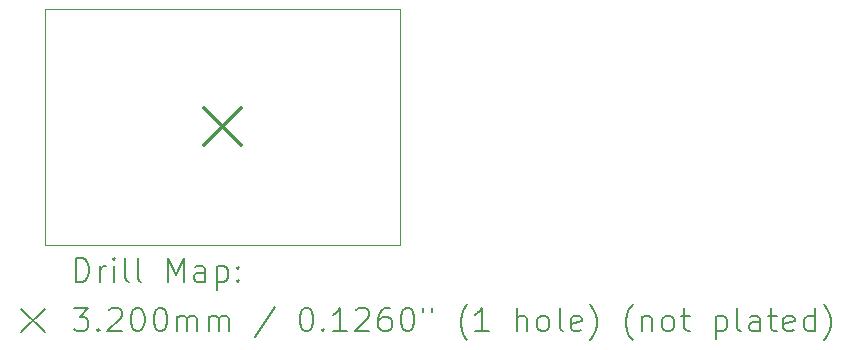
<source format=gbr>
%TF.GenerationSoftware,KiCad,Pcbnew,8.0.7*%
%TF.CreationDate,2025-01-24T14:27:28+01:00*%
%TF.ProjectId,GateDriverControlTransmitter,47617465-4472-4697-9665-72436f6e7472,rev?*%
%TF.SameCoordinates,Original*%
%TF.FileFunction,Drillmap*%
%TF.FilePolarity,Positive*%
%FSLAX45Y45*%
G04 Gerber Fmt 4.5, Leading zero omitted, Abs format (unit mm)*
G04 Created by KiCad (PCBNEW 8.0.7) date 2025-01-24 14:27:28*
%MOMM*%
%LPD*%
G01*
G04 APERTURE LIST*
%ADD10C,0.050000*%
%ADD11C,0.200000*%
%ADD12C,0.320000*%
G04 APERTURE END LIST*
D10*
X12100000Y-10001000D02*
X15100000Y-10001000D01*
X15100000Y-12001000D01*
X12100000Y-12001000D01*
X12100000Y-10001000D01*
D11*
D12*
X13440000Y-10840000D02*
X13760000Y-11160000D01*
X13760000Y-10840000D02*
X13440000Y-11160000D01*
D11*
X12358277Y-12314984D02*
X12358277Y-12114984D01*
X12358277Y-12114984D02*
X12405896Y-12114984D01*
X12405896Y-12114984D02*
X12434467Y-12124508D01*
X12434467Y-12124508D02*
X12453515Y-12143555D01*
X12453515Y-12143555D02*
X12463039Y-12162603D01*
X12463039Y-12162603D02*
X12472562Y-12200698D01*
X12472562Y-12200698D02*
X12472562Y-12229269D01*
X12472562Y-12229269D02*
X12463039Y-12267365D01*
X12463039Y-12267365D02*
X12453515Y-12286412D01*
X12453515Y-12286412D02*
X12434467Y-12305460D01*
X12434467Y-12305460D02*
X12405896Y-12314984D01*
X12405896Y-12314984D02*
X12358277Y-12314984D01*
X12558277Y-12314984D02*
X12558277Y-12181650D01*
X12558277Y-12219746D02*
X12567801Y-12200698D01*
X12567801Y-12200698D02*
X12577324Y-12191174D01*
X12577324Y-12191174D02*
X12596372Y-12181650D01*
X12596372Y-12181650D02*
X12615420Y-12181650D01*
X12682086Y-12314984D02*
X12682086Y-12181650D01*
X12682086Y-12114984D02*
X12672562Y-12124508D01*
X12672562Y-12124508D02*
X12682086Y-12134031D01*
X12682086Y-12134031D02*
X12691610Y-12124508D01*
X12691610Y-12124508D02*
X12682086Y-12114984D01*
X12682086Y-12114984D02*
X12682086Y-12134031D01*
X12805896Y-12314984D02*
X12786848Y-12305460D01*
X12786848Y-12305460D02*
X12777324Y-12286412D01*
X12777324Y-12286412D02*
X12777324Y-12114984D01*
X12910658Y-12314984D02*
X12891610Y-12305460D01*
X12891610Y-12305460D02*
X12882086Y-12286412D01*
X12882086Y-12286412D02*
X12882086Y-12114984D01*
X13139229Y-12314984D02*
X13139229Y-12114984D01*
X13139229Y-12114984D02*
X13205896Y-12257841D01*
X13205896Y-12257841D02*
X13272562Y-12114984D01*
X13272562Y-12114984D02*
X13272562Y-12314984D01*
X13453515Y-12314984D02*
X13453515Y-12210222D01*
X13453515Y-12210222D02*
X13443991Y-12191174D01*
X13443991Y-12191174D02*
X13424943Y-12181650D01*
X13424943Y-12181650D02*
X13386848Y-12181650D01*
X13386848Y-12181650D02*
X13367801Y-12191174D01*
X13453515Y-12305460D02*
X13434467Y-12314984D01*
X13434467Y-12314984D02*
X13386848Y-12314984D01*
X13386848Y-12314984D02*
X13367801Y-12305460D01*
X13367801Y-12305460D02*
X13358277Y-12286412D01*
X13358277Y-12286412D02*
X13358277Y-12267365D01*
X13358277Y-12267365D02*
X13367801Y-12248317D01*
X13367801Y-12248317D02*
X13386848Y-12238793D01*
X13386848Y-12238793D02*
X13434467Y-12238793D01*
X13434467Y-12238793D02*
X13453515Y-12229269D01*
X13548753Y-12181650D02*
X13548753Y-12381650D01*
X13548753Y-12191174D02*
X13567801Y-12181650D01*
X13567801Y-12181650D02*
X13605896Y-12181650D01*
X13605896Y-12181650D02*
X13624943Y-12191174D01*
X13624943Y-12191174D02*
X13634467Y-12200698D01*
X13634467Y-12200698D02*
X13643991Y-12219746D01*
X13643991Y-12219746D02*
X13643991Y-12276888D01*
X13643991Y-12276888D02*
X13634467Y-12295936D01*
X13634467Y-12295936D02*
X13624943Y-12305460D01*
X13624943Y-12305460D02*
X13605896Y-12314984D01*
X13605896Y-12314984D02*
X13567801Y-12314984D01*
X13567801Y-12314984D02*
X13548753Y-12305460D01*
X13729705Y-12295936D02*
X13739229Y-12305460D01*
X13739229Y-12305460D02*
X13729705Y-12314984D01*
X13729705Y-12314984D02*
X13720182Y-12305460D01*
X13720182Y-12305460D02*
X13729705Y-12295936D01*
X13729705Y-12295936D02*
X13729705Y-12314984D01*
X13729705Y-12191174D02*
X13739229Y-12200698D01*
X13739229Y-12200698D02*
X13729705Y-12210222D01*
X13729705Y-12210222D02*
X13720182Y-12200698D01*
X13720182Y-12200698D02*
X13729705Y-12191174D01*
X13729705Y-12191174D02*
X13729705Y-12210222D01*
X11897500Y-12543500D02*
X12097500Y-12743500D01*
X12097500Y-12543500D02*
X11897500Y-12743500D01*
X12339229Y-12534984D02*
X12463039Y-12534984D01*
X12463039Y-12534984D02*
X12396372Y-12611174D01*
X12396372Y-12611174D02*
X12424943Y-12611174D01*
X12424943Y-12611174D02*
X12443991Y-12620698D01*
X12443991Y-12620698D02*
X12453515Y-12630222D01*
X12453515Y-12630222D02*
X12463039Y-12649269D01*
X12463039Y-12649269D02*
X12463039Y-12696888D01*
X12463039Y-12696888D02*
X12453515Y-12715936D01*
X12453515Y-12715936D02*
X12443991Y-12725460D01*
X12443991Y-12725460D02*
X12424943Y-12734984D01*
X12424943Y-12734984D02*
X12367801Y-12734984D01*
X12367801Y-12734984D02*
X12348753Y-12725460D01*
X12348753Y-12725460D02*
X12339229Y-12715936D01*
X12548753Y-12715936D02*
X12558277Y-12725460D01*
X12558277Y-12725460D02*
X12548753Y-12734984D01*
X12548753Y-12734984D02*
X12539229Y-12725460D01*
X12539229Y-12725460D02*
X12548753Y-12715936D01*
X12548753Y-12715936D02*
X12548753Y-12734984D01*
X12634467Y-12554031D02*
X12643991Y-12544508D01*
X12643991Y-12544508D02*
X12663039Y-12534984D01*
X12663039Y-12534984D02*
X12710658Y-12534984D01*
X12710658Y-12534984D02*
X12729705Y-12544508D01*
X12729705Y-12544508D02*
X12739229Y-12554031D01*
X12739229Y-12554031D02*
X12748753Y-12573079D01*
X12748753Y-12573079D02*
X12748753Y-12592127D01*
X12748753Y-12592127D02*
X12739229Y-12620698D01*
X12739229Y-12620698D02*
X12624943Y-12734984D01*
X12624943Y-12734984D02*
X12748753Y-12734984D01*
X12872562Y-12534984D02*
X12891610Y-12534984D01*
X12891610Y-12534984D02*
X12910658Y-12544508D01*
X12910658Y-12544508D02*
X12920182Y-12554031D01*
X12920182Y-12554031D02*
X12929705Y-12573079D01*
X12929705Y-12573079D02*
X12939229Y-12611174D01*
X12939229Y-12611174D02*
X12939229Y-12658793D01*
X12939229Y-12658793D02*
X12929705Y-12696888D01*
X12929705Y-12696888D02*
X12920182Y-12715936D01*
X12920182Y-12715936D02*
X12910658Y-12725460D01*
X12910658Y-12725460D02*
X12891610Y-12734984D01*
X12891610Y-12734984D02*
X12872562Y-12734984D01*
X12872562Y-12734984D02*
X12853515Y-12725460D01*
X12853515Y-12725460D02*
X12843991Y-12715936D01*
X12843991Y-12715936D02*
X12834467Y-12696888D01*
X12834467Y-12696888D02*
X12824943Y-12658793D01*
X12824943Y-12658793D02*
X12824943Y-12611174D01*
X12824943Y-12611174D02*
X12834467Y-12573079D01*
X12834467Y-12573079D02*
X12843991Y-12554031D01*
X12843991Y-12554031D02*
X12853515Y-12544508D01*
X12853515Y-12544508D02*
X12872562Y-12534984D01*
X13063039Y-12534984D02*
X13082086Y-12534984D01*
X13082086Y-12534984D02*
X13101134Y-12544508D01*
X13101134Y-12544508D02*
X13110658Y-12554031D01*
X13110658Y-12554031D02*
X13120182Y-12573079D01*
X13120182Y-12573079D02*
X13129705Y-12611174D01*
X13129705Y-12611174D02*
X13129705Y-12658793D01*
X13129705Y-12658793D02*
X13120182Y-12696888D01*
X13120182Y-12696888D02*
X13110658Y-12715936D01*
X13110658Y-12715936D02*
X13101134Y-12725460D01*
X13101134Y-12725460D02*
X13082086Y-12734984D01*
X13082086Y-12734984D02*
X13063039Y-12734984D01*
X13063039Y-12734984D02*
X13043991Y-12725460D01*
X13043991Y-12725460D02*
X13034467Y-12715936D01*
X13034467Y-12715936D02*
X13024943Y-12696888D01*
X13024943Y-12696888D02*
X13015420Y-12658793D01*
X13015420Y-12658793D02*
X13015420Y-12611174D01*
X13015420Y-12611174D02*
X13024943Y-12573079D01*
X13024943Y-12573079D02*
X13034467Y-12554031D01*
X13034467Y-12554031D02*
X13043991Y-12544508D01*
X13043991Y-12544508D02*
X13063039Y-12534984D01*
X13215420Y-12734984D02*
X13215420Y-12601650D01*
X13215420Y-12620698D02*
X13224943Y-12611174D01*
X13224943Y-12611174D02*
X13243991Y-12601650D01*
X13243991Y-12601650D02*
X13272563Y-12601650D01*
X13272563Y-12601650D02*
X13291610Y-12611174D01*
X13291610Y-12611174D02*
X13301134Y-12630222D01*
X13301134Y-12630222D02*
X13301134Y-12734984D01*
X13301134Y-12630222D02*
X13310658Y-12611174D01*
X13310658Y-12611174D02*
X13329705Y-12601650D01*
X13329705Y-12601650D02*
X13358277Y-12601650D01*
X13358277Y-12601650D02*
X13377324Y-12611174D01*
X13377324Y-12611174D02*
X13386848Y-12630222D01*
X13386848Y-12630222D02*
X13386848Y-12734984D01*
X13482086Y-12734984D02*
X13482086Y-12601650D01*
X13482086Y-12620698D02*
X13491610Y-12611174D01*
X13491610Y-12611174D02*
X13510658Y-12601650D01*
X13510658Y-12601650D02*
X13539229Y-12601650D01*
X13539229Y-12601650D02*
X13558277Y-12611174D01*
X13558277Y-12611174D02*
X13567801Y-12630222D01*
X13567801Y-12630222D02*
X13567801Y-12734984D01*
X13567801Y-12630222D02*
X13577324Y-12611174D01*
X13577324Y-12611174D02*
X13596372Y-12601650D01*
X13596372Y-12601650D02*
X13624943Y-12601650D01*
X13624943Y-12601650D02*
X13643991Y-12611174D01*
X13643991Y-12611174D02*
X13653515Y-12630222D01*
X13653515Y-12630222D02*
X13653515Y-12734984D01*
X14043991Y-12525460D02*
X13872563Y-12782603D01*
X14301134Y-12534984D02*
X14320182Y-12534984D01*
X14320182Y-12534984D02*
X14339229Y-12544508D01*
X14339229Y-12544508D02*
X14348753Y-12554031D01*
X14348753Y-12554031D02*
X14358277Y-12573079D01*
X14358277Y-12573079D02*
X14367801Y-12611174D01*
X14367801Y-12611174D02*
X14367801Y-12658793D01*
X14367801Y-12658793D02*
X14358277Y-12696888D01*
X14358277Y-12696888D02*
X14348753Y-12715936D01*
X14348753Y-12715936D02*
X14339229Y-12725460D01*
X14339229Y-12725460D02*
X14320182Y-12734984D01*
X14320182Y-12734984D02*
X14301134Y-12734984D01*
X14301134Y-12734984D02*
X14282086Y-12725460D01*
X14282086Y-12725460D02*
X14272563Y-12715936D01*
X14272563Y-12715936D02*
X14263039Y-12696888D01*
X14263039Y-12696888D02*
X14253515Y-12658793D01*
X14253515Y-12658793D02*
X14253515Y-12611174D01*
X14253515Y-12611174D02*
X14263039Y-12573079D01*
X14263039Y-12573079D02*
X14272563Y-12554031D01*
X14272563Y-12554031D02*
X14282086Y-12544508D01*
X14282086Y-12544508D02*
X14301134Y-12534984D01*
X14453515Y-12715936D02*
X14463039Y-12725460D01*
X14463039Y-12725460D02*
X14453515Y-12734984D01*
X14453515Y-12734984D02*
X14443991Y-12725460D01*
X14443991Y-12725460D02*
X14453515Y-12715936D01*
X14453515Y-12715936D02*
X14453515Y-12734984D01*
X14653515Y-12734984D02*
X14539229Y-12734984D01*
X14596372Y-12734984D02*
X14596372Y-12534984D01*
X14596372Y-12534984D02*
X14577325Y-12563555D01*
X14577325Y-12563555D02*
X14558277Y-12582603D01*
X14558277Y-12582603D02*
X14539229Y-12592127D01*
X14729706Y-12554031D02*
X14739229Y-12544508D01*
X14739229Y-12544508D02*
X14758277Y-12534984D01*
X14758277Y-12534984D02*
X14805896Y-12534984D01*
X14805896Y-12534984D02*
X14824944Y-12544508D01*
X14824944Y-12544508D02*
X14834467Y-12554031D01*
X14834467Y-12554031D02*
X14843991Y-12573079D01*
X14843991Y-12573079D02*
X14843991Y-12592127D01*
X14843991Y-12592127D02*
X14834467Y-12620698D01*
X14834467Y-12620698D02*
X14720182Y-12734984D01*
X14720182Y-12734984D02*
X14843991Y-12734984D01*
X15015420Y-12534984D02*
X14977325Y-12534984D01*
X14977325Y-12534984D02*
X14958277Y-12544508D01*
X14958277Y-12544508D02*
X14948753Y-12554031D01*
X14948753Y-12554031D02*
X14929706Y-12582603D01*
X14929706Y-12582603D02*
X14920182Y-12620698D01*
X14920182Y-12620698D02*
X14920182Y-12696888D01*
X14920182Y-12696888D02*
X14929706Y-12715936D01*
X14929706Y-12715936D02*
X14939229Y-12725460D01*
X14939229Y-12725460D02*
X14958277Y-12734984D01*
X14958277Y-12734984D02*
X14996372Y-12734984D01*
X14996372Y-12734984D02*
X15015420Y-12725460D01*
X15015420Y-12725460D02*
X15024944Y-12715936D01*
X15024944Y-12715936D02*
X15034467Y-12696888D01*
X15034467Y-12696888D02*
X15034467Y-12649269D01*
X15034467Y-12649269D02*
X15024944Y-12630222D01*
X15024944Y-12630222D02*
X15015420Y-12620698D01*
X15015420Y-12620698D02*
X14996372Y-12611174D01*
X14996372Y-12611174D02*
X14958277Y-12611174D01*
X14958277Y-12611174D02*
X14939229Y-12620698D01*
X14939229Y-12620698D02*
X14929706Y-12630222D01*
X14929706Y-12630222D02*
X14920182Y-12649269D01*
X15158277Y-12534984D02*
X15177325Y-12534984D01*
X15177325Y-12534984D02*
X15196372Y-12544508D01*
X15196372Y-12544508D02*
X15205896Y-12554031D01*
X15205896Y-12554031D02*
X15215420Y-12573079D01*
X15215420Y-12573079D02*
X15224944Y-12611174D01*
X15224944Y-12611174D02*
X15224944Y-12658793D01*
X15224944Y-12658793D02*
X15215420Y-12696888D01*
X15215420Y-12696888D02*
X15205896Y-12715936D01*
X15205896Y-12715936D02*
X15196372Y-12725460D01*
X15196372Y-12725460D02*
X15177325Y-12734984D01*
X15177325Y-12734984D02*
X15158277Y-12734984D01*
X15158277Y-12734984D02*
X15139229Y-12725460D01*
X15139229Y-12725460D02*
X15129706Y-12715936D01*
X15129706Y-12715936D02*
X15120182Y-12696888D01*
X15120182Y-12696888D02*
X15110658Y-12658793D01*
X15110658Y-12658793D02*
X15110658Y-12611174D01*
X15110658Y-12611174D02*
X15120182Y-12573079D01*
X15120182Y-12573079D02*
X15129706Y-12554031D01*
X15129706Y-12554031D02*
X15139229Y-12544508D01*
X15139229Y-12544508D02*
X15158277Y-12534984D01*
X15301134Y-12534984D02*
X15301134Y-12573079D01*
X15377325Y-12534984D02*
X15377325Y-12573079D01*
X15672563Y-12811174D02*
X15663039Y-12801650D01*
X15663039Y-12801650D02*
X15643991Y-12773079D01*
X15643991Y-12773079D02*
X15634468Y-12754031D01*
X15634468Y-12754031D02*
X15624944Y-12725460D01*
X15624944Y-12725460D02*
X15615420Y-12677841D01*
X15615420Y-12677841D02*
X15615420Y-12639746D01*
X15615420Y-12639746D02*
X15624944Y-12592127D01*
X15624944Y-12592127D02*
X15634468Y-12563555D01*
X15634468Y-12563555D02*
X15643991Y-12544508D01*
X15643991Y-12544508D02*
X15663039Y-12515936D01*
X15663039Y-12515936D02*
X15672563Y-12506412D01*
X15853515Y-12734984D02*
X15739229Y-12734984D01*
X15796372Y-12734984D02*
X15796372Y-12534984D01*
X15796372Y-12534984D02*
X15777325Y-12563555D01*
X15777325Y-12563555D02*
X15758277Y-12582603D01*
X15758277Y-12582603D02*
X15739229Y-12592127D01*
X16091610Y-12734984D02*
X16091610Y-12534984D01*
X16177325Y-12734984D02*
X16177325Y-12630222D01*
X16177325Y-12630222D02*
X16167801Y-12611174D01*
X16167801Y-12611174D02*
X16148753Y-12601650D01*
X16148753Y-12601650D02*
X16120182Y-12601650D01*
X16120182Y-12601650D02*
X16101134Y-12611174D01*
X16101134Y-12611174D02*
X16091610Y-12620698D01*
X16301134Y-12734984D02*
X16282087Y-12725460D01*
X16282087Y-12725460D02*
X16272563Y-12715936D01*
X16272563Y-12715936D02*
X16263039Y-12696888D01*
X16263039Y-12696888D02*
X16263039Y-12639746D01*
X16263039Y-12639746D02*
X16272563Y-12620698D01*
X16272563Y-12620698D02*
X16282087Y-12611174D01*
X16282087Y-12611174D02*
X16301134Y-12601650D01*
X16301134Y-12601650D02*
X16329706Y-12601650D01*
X16329706Y-12601650D02*
X16348753Y-12611174D01*
X16348753Y-12611174D02*
X16358277Y-12620698D01*
X16358277Y-12620698D02*
X16367801Y-12639746D01*
X16367801Y-12639746D02*
X16367801Y-12696888D01*
X16367801Y-12696888D02*
X16358277Y-12715936D01*
X16358277Y-12715936D02*
X16348753Y-12725460D01*
X16348753Y-12725460D02*
X16329706Y-12734984D01*
X16329706Y-12734984D02*
X16301134Y-12734984D01*
X16482087Y-12734984D02*
X16463039Y-12725460D01*
X16463039Y-12725460D02*
X16453515Y-12706412D01*
X16453515Y-12706412D02*
X16453515Y-12534984D01*
X16634468Y-12725460D02*
X16615420Y-12734984D01*
X16615420Y-12734984D02*
X16577325Y-12734984D01*
X16577325Y-12734984D02*
X16558277Y-12725460D01*
X16558277Y-12725460D02*
X16548753Y-12706412D01*
X16548753Y-12706412D02*
X16548753Y-12630222D01*
X16548753Y-12630222D02*
X16558277Y-12611174D01*
X16558277Y-12611174D02*
X16577325Y-12601650D01*
X16577325Y-12601650D02*
X16615420Y-12601650D01*
X16615420Y-12601650D02*
X16634468Y-12611174D01*
X16634468Y-12611174D02*
X16643991Y-12630222D01*
X16643991Y-12630222D02*
X16643991Y-12649269D01*
X16643991Y-12649269D02*
X16548753Y-12668317D01*
X16710658Y-12811174D02*
X16720182Y-12801650D01*
X16720182Y-12801650D02*
X16739230Y-12773079D01*
X16739230Y-12773079D02*
X16748753Y-12754031D01*
X16748753Y-12754031D02*
X16758277Y-12725460D01*
X16758277Y-12725460D02*
X16767801Y-12677841D01*
X16767801Y-12677841D02*
X16767801Y-12639746D01*
X16767801Y-12639746D02*
X16758277Y-12592127D01*
X16758277Y-12592127D02*
X16748753Y-12563555D01*
X16748753Y-12563555D02*
X16739230Y-12544508D01*
X16739230Y-12544508D02*
X16720182Y-12515936D01*
X16720182Y-12515936D02*
X16710658Y-12506412D01*
X17072563Y-12811174D02*
X17063039Y-12801650D01*
X17063039Y-12801650D02*
X17043992Y-12773079D01*
X17043992Y-12773079D02*
X17034468Y-12754031D01*
X17034468Y-12754031D02*
X17024944Y-12725460D01*
X17024944Y-12725460D02*
X17015420Y-12677841D01*
X17015420Y-12677841D02*
X17015420Y-12639746D01*
X17015420Y-12639746D02*
X17024944Y-12592127D01*
X17024944Y-12592127D02*
X17034468Y-12563555D01*
X17034468Y-12563555D02*
X17043992Y-12544508D01*
X17043992Y-12544508D02*
X17063039Y-12515936D01*
X17063039Y-12515936D02*
X17072563Y-12506412D01*
X17148753Y-12601650D02*
X17148753Y-12734984D01*
X17148753Y-12620698D02*
X17158277Y-12611174D01*
X17158277Y-12611174D02*
X17177325Y-12601650D01*
X17177325Y-12601650D02*
X17205896Y-12601650D01*
X17205896Y-12601650D02*
X17224944Y-12611174D01*
X17224944Y-12611174D02*
X17234468Y-12630222D01*
X17234468Y-12630222D02*
X17234468Y-12734984D01*
X17358277Y-12734984D02*
X17339230Y-12725460D01*
X17339230Y-12725460D02*
X17329706Y-12715936D01*
X17329706Y-12715936D02*
X17320182Y-12696888D01*
X17320182Y-12696888D02*
X17320182Y-12639746D01*
X17320182Y-12639746D02*
X17329706Y-12620698D01*
X17329706Y-12620698D02*
X17339230Y-12611174D01*
X17339230Y-12611174D02*
X17358277Y-12601650D01*
X17358277Y-12601650D02*
X17386849Y-12601650D01*
X17386849Y-12601650D02*
X17405896Y-12611174D01*
X17405896Y-12611174D02*
X17415420Y-12620698D01*
X17415420Y-12620698D02*
X17424944Y-12639746D01*
X17424944Y-12639746D02*
X17424944Y-12696888D01*
X17424944Y-12696888D02*
X17415420Y-12715936D01*
X17415420Y-12715936D02*
X17405896Y-12725460D01*
X17405896Y-12725460D02*
X17386849Y-12734984D01*
X17386849Y-12734984D02*
X17358277Y-12734984D01*
X17482087Y-12601650D02*
X17558277Y-12601650D01*
X17510658Y-12534984D02*
X17510658Y-12706412D01*
X17510658Y-12706412D02*
X17520182Y-12725460D01*
X17520182Y-12725460D02*
X17539230Y-12734984D01*
X17539230Y-12734984D02*
X17558277Y-12734984D01*
X17777325Y-12601650D02*
X17777325Y-12801650D01*
X17777325Y-12611174D02*
X17796373Y-12601650D01*
X17796373Y-12601650D02*
X17834468Y-12601650D01*
X17834468Y-12601650D02*
X17853515Y-12611174D01*
X17853515Y-12611174D02*
X17863039Y-12620698D01*
X17863039Y-12620698D02*
X17872563Y-12639746D01*
X17872563Y-12639746D02*
X17872563Y-12696888D01*
X17872563Y-12696888D02*
X17863039Y-12715936D01*
X17863039Y-12715936D02*
X17853515Y-12725460D01*
X17853515Y-12725460D02*
X17834468Y-12734984D01*
X17834468Y-12734984D02*
X17796373Y-12734984D01*
X17796373Y-12734984D02*
X17777325Y-12725460D01*
X17986849Y-12734984D02*
X17967801Y-12725460D01*
X17967801Y-12725460D02*
X17958277Y-12706412D01*
X17958277Y-12706412D02*
X17958277Y-12534984D01*
X18148754Y-12734984D02*
X18148754Y-12630222D01*
X18148754Y-12630222D02*
X18139230Y-12611174D01*
X18139230Y-12611174D02*
X18120182Y-12601650D01*
X18120182Y-12601650D02*
X18082087Y-12601650D01*
X18082087Y-12601650D02*
X18063039Y-12611174D01*
X18148754Y-12725460D02*
X18129706Y-12734984D01*
X18129706Y-12734984D02*
X18082087Y-12734984D01*
X18082087Y-12734984D02*
X18063039Y-12725460D01*
X18063039Y-12725460D02*
X18053515Y-12706412D01*
X18053515Y-12706412D02*
X18053515Y-12687365D01*
X18053515Y-12687365D02*
X18063039Y-12668317D01*
X18063039Y-12668317D02*
X18082087Y-12658793D01*
X18082087Y-12658793D02*
X18129706Y-12658793D01*
X18129706Y-12658793D02*
X18148754Y-12649269D01*
X18215420Y-12601650D02*
X18291611Y-12601650D01*
X18243992Y-12534984D02*
X18243992Y-12706412D01*
X18243992Y-12706412D02*
X18253515Y-12725460D01*
X18253515Y-12725460D02*
X18272563Y-12734984D01*
X18272563Y-12734984D02*
X18291611Y-12734984D01*
X18434468Y-12725460D02*
X18415420Y-12734984D01*
X18415420Y-12734984D02*
X18377325Y-12734984D01*
X18377325Y-12734984D02*
X18358277Y-12725460D01*
X18358277Y-12725460D02*
X18348754Y-12706412D01*
X18348754Y-12706412D02*
X18348754Y-12630222D01*
X18348754Y-12630222D02*
X18358277Y-12611174D01*
X18358277Y-12611174D02*
X18377325Y-12601650D01*
X18377325Y-12601650D02*
X18415420Y-12601650D01*
X18415420Y-12601650D02*
X18434468Y-12611174D01*
X18434468Y-12611174D02*
X18443992Y-12630222D01*
X18443992Y-12630222D02*
X18443992Y-12649269D01*
X18443992Y-12649269D02*
X18348754Y-12668317D01*
X18615420Y-12734984D02*
X18615420Y-12534984D01*
X18615420Y-12725460D02*
X18596373Y-12734984D01*
X18596373Y-12734984D02*
X18558277Y-12734984D01*
X18558277Y-12734984D02*
X18539230Y-12725460D01*
X18539230Y-12725460D02*
X18529706Y-12715936D01*
X18529706Y-12715936D02*
X18520182Y-12696888D01*
X18520182Y-12696888D02*
X18520182Y-12639746D01*
X18520182Y-12639746D02*
X18529706Y-12620698D01*
X18529706Y-12620698D02*
X18539230Y-12611174D01*
X18539230Y-12611174D02*
X18558277Y-12601650D01*
X18558277Y-12601650D02*
X18596373Y-12601650D01*
X18596373Y-12601650D02*
X18615420Y-12611174D01*
X18691611Y-12811174D02*
X18701135Y-12801650D01*
X18701135Y-12801650D02*
X18720182Y-12773079D01*
X18720182Y-12773079D02*
X18729706Y-12754031D01*
X18729706Y-12754031D02*
X18739230Y-12725460D01*
X18739230Y-12725460D02*
X18748754Y-12677841D01*
X18748754Y-12677841D02*
X18748754Y-12639746D01*
X18748754Y-12639746D02*
X18739230Y-12592127D01*
X18739230Y-12592127D02*
X18729706Y-12563555D01*
X18729706Y-12563555D02*
X18720182Y-12544508D01*
X18720182Y-12544508D02*
X18701135Y-12515936D01*
X18701135Y-12515936D02*
X18691611Y-12506412D01*
M02*

</source>
